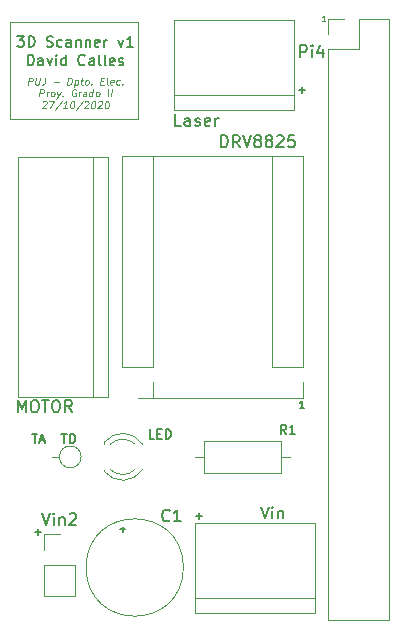
<source format=gbr>
%TF.GenerationSoftware,KiCad,Pcbnew,(5.1.7)-1*%
%TF.CreationDate,2020-10-27T16:51:06-05:00*%
%TF.ProjectId,PCB_Motor,5043425f-4d6f-4746-9f72-2e6b69636164,rev?*%
%TF.SameCoordinates,Original*%
%TF.FileFunction,Legend,Top*%
%TF.FilePolarity,Positive*%
%FSLAX46Y46*%
G04 Gerber Fmt 4.6, Leading zero omitted, Abs format (unit mm)*
G04 Created by KiCad (PCBNEW (5.1.7)-1) date 2020-10-27 16:51:06*
%MOMM*%
%LPD*%
G01*
G04 APERTURE LIST*
%ADD10C,0.120000*%
%ADD11C,0.150000*%
%ADD12C,0.125000*%
%ADD13C,0.200000*%
%ADD14C,0.100000*%
G04 APERTURE END LIST*
D10*
X88265000Y-91440000D02*
X99060000Y-91440000D01*
X88265000Y-99695000D02*
X88265000Y-91440000D01*
X99060000Y-99695000D02*
X88265000Y-99695000D01*
X99060000Y-91440000D02*
X99060000Y-99695000D01*
D11*
X112725228Y-97197857D02*
X113182371Y-97197857D01*
X112953800Y-97426428D02*
X112953800Y-96969285D01*
X90373228Y-134637457D02*
X90830371Y-134637457D01*
X90601800Y-134866028D02*
X90601800Y-134408885D01*
X104013028Y-133265857D02*
X104470171Y-133265857D01*
X104241600Y-133494428D02*
X104241600Y-133037285D01*
D10*
X100390000Y-102810000D02*
X110430000Y-102810000D01*
X100390000Y-123250000D02*
X111760000Y-123250000D01*
D11*
X90106571Y-126307904D02*
X90563714Y-126307904D01*
X90335142Y-127107904D02*
X90335142Y-126307904D01*
X90792285Y-126879333D02*
X91173238Y-126879333D01*
X90716095Y-127107904D02*
X90982761Y-126307904D01*
X91249428Y-127107904D01*
D12*
X114950857Y-91412190D02*
X114665142Y-91412190D01*
X114808000Y-91412190D02*
X114808000Y-90912190D01*
X114760380Y-90983619D01*
X114712761Y-91031238D01*
X114665142Y-91055047D01*
D13*
X88869657Y-92661342D02*
X89426800Y-92661342D01*
X89126800Y-93004200D01*
X89255371Y-93004200D01*
X89341085Y-93047057D01*
X89383942Y-93089914D01*
X89426800Y-93175628D01*
X89426800Y-93389914D01*
X89383942Y-93475628D01*
X89341085Y-93518485D01*
X89255371Y-93561342D01*
X88998228Y-93561342D01*
X88912514Y-93518485D01*
X88869657Y-93475628D01*
X89812514Y-93561342D02*
X89812514Y-92661342D01*
X90026800Y-92661342D01*
X90155371Y-92704200D01*
X90241085Y-92789914D01*
X90283942Y-92875628D01*
X90326800Y-93047057D01*
X90326800Y-93175628D01*
X90283942Y-93347057D01*
X90241085Y-93432771D01*
X90155371Y-93518485D01*
X90026800Y-93561342D01*
X89812514Y-93561342D01*
X91355371Y-93518485D02*
X91483942Y-93561342D01*
X91698228Y-93561342D01*
X91783942Y-93518485D01*
X91826800Y-93475628D01*
X91869657Y-93389914D01*
X91869657Y-93304200D01*
X91826800Y-93218485D01*
X91783942Y-93175628D01*
X91698228Y-93132771D01*
X91526800Y-93089914D01*
X91441085Y-93047057D01*
X91398228Y-93004200D01*
X91355371Y-92918485D01*
X91355371Y-92832771D01*
X91398228Y-92747057D01*
X91441085Y-92704200D01*
X91526800Y-92661342D01*
X91741085Y-92661342D01*
X91869657Y-92704200D01*
X92641085Y-93518485D02*
X92555371Y-93561342D01*
X92383942Y-93561342D01*
X92298228Y-93518485D01*
X92255371Y-93475628D01*
X92212514Y-93389914D01*
X92212514Y-93132771D01*
X92255371Y-93047057D01*
X92298228Y-93004200D01*
X92383942Y-92961342D01*
X92555371Y-92961342D01*
X92641085Y-93004200D01*
X93412514Y-93561342D02*
X93412514Y-93089914D01*
X93369657Y-93004200D01*
X93283942Y-92961342D01*
X93112514Y-92961342D01*
X93026800Y-93004200D01*
X93412514Y-93518485D02*
X93326800Y-93561342D01*
X93112514Y-93561342D01*
X93026800Y-93518485D01*
X92983942Y-93432771D01*
X92983942Y-93347057D01*
X93026800Y-93261342D01*
X93112514Y-93218485D01*
X93326800Y-93218485D01*
X93412514Y-93175628D01*
X93841085Y-92961342D02*
X93841085Y-93561342D01*
X93841085Y-93047057D02*
X93883942Y-93004200D01*
X93969657Y-92961342D01*
X94098228Y-92961342D01*
X94183942Y-93004200D01*
X94226800Y-93089914D01*
X94226800Y-93561342D01*
X94655371Y-92961342D02*
X94655371Y-93561342D01*
X94655371Y-93047057D02*
X94698228Y-93004200D01*
X94783942Y-92961342D01*
X94912514Y-92961342D01*
X94998228Y-93004200D01*
X95041085Y-93089914D01*
X95041085Y-93561342D01*
X95812514Y-93518485D02*
X95726800Y-93561342D01*
X95555371Y-93561342D01*
X95469657Y-93518485D01*
X95426800Y-93432771D01*
X95426800Y-93089914D01*
X95469657Y-93004200D01*
X95555371Y-92961342D01*
X95726800Y-92961342D01*
X95812514Y-93004200D01*
X95855371Y-93089914D01*
X95855371Y-93175628D01*
X95426800Y-93261342D01*
X96241085Y-93561342D02*
X96241085Y-92961342D01*
X96241085Y-93132771D02*
X96283942Y-93047057D01*
X96326800Y-93004200D01*
X96412514Y-92961342D01*
X96498228Y-92961342D01*
X97398228Y-92961342D02*
X97612514Y-93561342D01*
X97826800Y-92961342D01*
X98641085Y-93561342D02*
X98126800Y-93561342D01*
X98383942Y-93561342D02*
X98383942Y-92661342D01*
X98298228Y-92789914D01*
X98212514Y-92875628D01*
X98126800Y-92918485D01*
X89748228Y-95111342D02*
X89748228Y-94211342D01*
X89962514Y-94211342D01*
X90091085Y-94254200D01*
X90176800Y-94339914D01*
X90219657Y-94425628D01*
X90262514Y-94597057D01*
X90262514Y-94725628D01*
X90219657Y-94897057D01*
X90176800Y-94982771D01*
X90091085Y-95068485D01*
X89962514Y-95111342D01*
X89748228Y-95111342D01*
X91033942Y-95111342D02*
X91033942Y-94639914D01*
X90991085Y-94554200D01*
X90905371Y-94511342D01*
X90733942Y-94511342D01*
X90648228Y-94554200D01*
X91033942Y-95068485D02*
X90948228Y-95111342D01*
X90733942Y-95111342D01*
X90648228Y-95068485D01*
X90605371Y-94982771D01*
X90605371Y-94897057D01*
X90648228Y-94811342D01*
X90733942Y-94768485D01*
X90948228Y-94768485D01*
X91033942Y-94725628D01*
X91376800Y-94511342D02*
X91591085Y-95111342D01*
X91805371Y-94511342D01*
X92148228Y-95111342D02*
X92148228Y-94511342D01*
X92148228Y-94211342D02*
X92105371Y-94254200D01*
X92148228Y-94297057D01*
X92191085Y-94254200D01*
X92148228Y-94211342D01*
X92148228Y-94297057D01*
X92962514Y-95111342D02*
X92962514Y-94211342D01*
X92962514Y-95068485D02*
X92876800Y-95111342D01*
X92705371Y-95111342D01*
X92619657Y-95068485D01*
X92576800Y-95025628D01*
X92533942Y-94939914D01*
X92533942Y-94682771D01*
X92576800Y-94597057D01*
X92619657Y-94554200D01*
X92705371Y-94511342D01*
X92876800Y-94511342D01*
X92962514Y-94554200D01*
X94591085Y-95025628D02*
X94548228Y-95068485D01*
X94419657Y-95111342D01*
X94333942Y-95111342D01*
X94205371Y-95068485D01*
X94119657Y-94982771D01*
X94076800Y-94897057D01*
X94033942Y-94725628D01*
X94033942Y-94597057D01*
X94076800Y-94425628D01*
X94119657Y-94339914D01*
X94205371Y-94254200D01*
X94333942Y-94211342D01*
X94419657Y-94211342D01*
X94548228Y-94254200D01*
X94591085Y-94297057D01*
X95362514Y-95111342D02*
X95362514Y-94639914D01*
X95319657Y-94554200D01*
X95233942Y-94511342D01*
X95062514Y-94511342D01*
X94976800Y-94554200D01*
X95362514Y-95068485D02*
X95276800Y-95111342D01*
X95062514Y-95111342D01*
X94976800Y-95068485D01*
X94933942Y-94982771D01*
X94933942Y-94897057D01*
X94976800Y-94811342D01*
X95062514Y-94768485D01*
X95276800Y-94768485D01*
X95362514Y-94725628D01*
X95919657Y-95111342D02*
X95833942Y-95068485D01*
X95791085Y-94982771D01*
X95791085Y-94211342D01*
X96391085Y-95111342D02*
X96305371Y-95068485D01*
X96262514Y-94982771D01*
X96262514Y-94211342D01*
X97076800Y-95068485D02*
X96991085Y-95111342D01*
X96819657Y-95111342D01*
X96733942Y-95068485D01*
X96691085Y-94982771D01*
X96691085Y-94639914D01*
X96733942Y-94554200D01*
X96819657Y-94511342D01*
X96991085Y-94511342D01*
X97076800Y-94554200D01*
X97119657Y-94639914D01*
X97119657Y-94725628D01*
X96691085Y-94811342D01*
X97462514Y-95068485D02*
X97548228Y-95111342D01*
X97719657Y-95111342D01*
X97805371Y-95068485D01*
X97848228Y-94982771D01*
X97848228Y-94939914D01*
X97805371Y-94854200D01*
X97719657Y-94811342D01*
X97591085Y-94811342D01*
X97505371Y-94768485D01*
X97462514Y-94682771D01*
X97462514Y-94639914D01*
X97505371Y-94554200D01*
X97591085Y-94511342D01*
X97719657Y-94511342D01*
X97805371Y-94554200D01*
D11*
X97561428Y-134408857D02*
X98018571Y-134408857D01*
X97790000Y-134637428D02*
X97790000Y-134180285D01*
X113099828Y-124147228D02*
X112756971Y-124147228D01*
X112928400Y-124147228D02*
X112928400Y-123547228D01*
X112871257Y-123632942D01*
X112814114Y-123690085D01*
X112756971Y-123718657D01*
D14*
X89766796Y-96756628D02*
X89841796Y-96156628D01*
X90070367Y-96156628D01*
X90123939Y-96185200D01*
X90148939Y-96213771D01*
X90170367Y-96270914D01*
X90159653Y-96356628D01*
X90123939Y-96413771D01*
X90091796Y-96442342D01*
X90031082Y-96470914D01*
X89802510Y-96470914D01*
X90441796Y-96156628D02*
X90381082Y-96642342D01*
X90402510Y-96699485D01*
X90427510Y-96728057D01*
X90481082Y-96756628D01*
X90595367Y-96756628D01*
X90656082Y-96728057D01*
X90688225Y-96699485D01*
X90723939Y-96642342D01*
X90784653Y-96156628D01*
X91241796Y-96156628D02*
X91188225Y-96585200D01*
X91148939Y-96670914D01*
X91084653Y-96728057D01*
X90995367Y-96756628D01*
X90938225Y-96756628D01*
X91938225Y-96528057D02*
X92395367Y-96528057D01*
X93109653Y-96756628D02*
X93184653Y-96156628D01*
X93327510Y-96156628D01*
X93409653Y-96185200D01*
X93459653Y-96242342D01*
X93481082Y-96299485D01*
X93495367Y-96413771D01*
X93484653Y-96499485D01*
X93441796Y-96613771D01*
X93406082Y-96670914D01*
X93341796Y-96728057D01*
X93252510Y-96756628D01*
X93109653Y-96756628D01*
X93759653Y-96356628D02*
X93684653Y-96956628D01*
X93756082Y-96385200D02*
X93816796Y-96356628D01*
X93931082Y-96356628D01*
X93984653Y-96385200D01*
X94009653Y-96413771D01*
X94031082Y-96470914D01*
X94009653Y-96642342D01*
X93973939Y-96699485D01*
X93941796Y-96728057D01*
X93881082Y-96756628D01*
X93766796Y-96756628D01*
X93713225Y-96728057D01*
X94216796Y-96356628D02*
X94445367Y-96356628D01*
X94327510Y-96156628D02*
X94263225Y-96670914D01*
X94284653Y-96728057D01*
X94338225Y-96756628D01*
X94395367Y-96756628D01*
X94681082Y-96756628D02*
X94627510Y-96728057D01*
X94602510Y-96699485D01*
X94581082Y-96642342D01*
X94602510Y-96470914D01*
X94638225Y-96413771D01*
X94670367Y-96385200D01*
X94731082Y-96356628D01*
X94816796Y-96356628D01*
X94870367Y-96385200D01*
X94895367Y-96413771D01*
X94916796Y-96470914D01*
X94895367Y-96642342D01*
X94859653Y-96699485D01*
X94827510Y-96728057D01*
X94766796Y-96756628D01*
X94681082Y-96756628D01*
X95145367Y-96699485D02*
X95170367Y-96728057D01*
X95138225Y-96756628D01*
X95113225Y-96728057D01*
X95145367Y-96699485D01*
X95138225Y-96756628D01*
X95920367Y-96442342D02*
X96120367Y-96442342D01*
X96166796Y-96756628D02*
X95881082Y-96756628D01*
X95956082Y-96156628D01*
X96241796Y-96156628D01*
X96509653Y-96756628D02*
X96456082Y-96728057D01*
X96434653Y-96670914D01*
X96498939Y-96156628D01*
X96970367Y-96728057D02*
X96909653Y-96756628D01*
X96795367Y-96756628D01*
X96741796Y-96728057D01*
X96720367Y-96670914D01*
X96748939Y-96442342D01*
X96784653Y-96385200D01*
X96845367Y-96356628D01*
X96959653Y-96356628D01*
X97013225Y-96385200D01*
X97034653Y-96442342D01*
X97027510Y-96499485D01*
X96734653Y-96556628D01*
X97513225Y-96728057D02*
X97452510Y-96756628D01*
X97338225Y-96756628D01*
X97284653Y-96728057D01*
X97259653Y-96699485D01*
X97238225Y-96642342D01*
X97259653Y-96470914D01*
X97295367Y-96413771D01*
X97327510Y-96385200D01*
X97388225Y-96356628D01*
X97502510Y-96356628D01*
X97556082Y-96385200D01*
X97773939Y-96699485D02*
X97798939Y-96728057D01*
X97766796Y-96756628D01*
X97741796Y-96728057D01*
X97773939Y-96699485D01*
X97766796Y-96756628D01*
X90738225Y-97756628D02*
X90813225Y-97156628D01*
X91041796Y-97156628D01*
X91095367Y-97185200D01*
X91120367Y-97213771D01*
X91141796Y-97270914D01*
X91131082Y-97356628D01*
X91095367Y-97413771D01*
X91063225Y-97442342D01*
X91002510Y-97470914D01*
X90773939Y-97470914D01*
X91338225Y-97756628D02*
X91388225Y-97356628D01*
X91373939Y-97470914D02*
X91409653Y-97413771D01*
X91441796Y-97385200D01*
X91502510Y-97356628D01*
X91559653Y-97356628D01*
X91795367Y-97756628D02*
X91741796Y-97728057D01*
X91716796Y-97699485D01*
X91695367Y-97642342D01*
X91716796Y-97470914D01*
X91752510Y-97413771D01*
X91784653Y-97385200D01*
X91845367Y-97356628D01*
X91931082Y-97356628D01*
X91984653Y-97385200D01*
X92009653Y-97413771D01*
X92031082Y-97470914D01*
X92009653Y-97642342D01*
X91973939Y-97699485D01*
X91941796Y-97728057D01*
X91881082Y-97756628D01*
X91795367Y-97756628D01*
X92245367Y-97356628D02*
X92338225Y-97756628D01*
X92531082Y-97356628D02*
X92338225Y-97756628D01*
X92263225Y-97899485D01*
X92231082Y-97928057D01*
X92170367Y-97956628D01*
X92716796Y-97699485D02*
X92741796Y-97728057D01*
X92709653Y-97756628D01*
X92684653Y-97728057D01*
X92716796Y-97699485D01*
X92709653Y-97756628D01*
X93838225Y-97185200D02*
X93784653Y-97156628D01*
X93698939Y-97156628D01*
X93609653Y-97185200D01*
X93545367Y-97242342D01*
X93509653Y-97299485D01*
X93466796Y-97413771D01*
X93456082Y-97499485D01*
X93470367Y-97613771D01*
X93491796Y-97670914D01*
X93541796Y-97728057D01*
X93623939Y-97756628D01*
X93681082Y-97756628D01*
X93770367Y-97728057D01*
X93802510Y-97699485D01*
X93827510Y-97499485D01*
X93713225Y-97499485D01*
X94052510Y-97756628D02*
X94102510Y-97356628D01*
X94088225Y-97470914D02*
X94123939Y-97413771D01*
X94156082Y-97385200D01*
X94216796Y-97356628D01*
X94273939Y-97356628D01*
X94681082Y-97756628D02*
X94720367Y-97442342D01*
X94698939Y-97385200D01*
X94645367Y-97356628D01*
X94531082Y-97356628D01*
X94470367Y-97385200D01*
X94684653Y-97728057D02*
X94623939Y-97756628D01*
X94481082Y-97756628D01*
X94427510Y-97728057D01*
X94406082Y-97670914D01*
X94413225Y-97613771D01*
X94448939Y-97556628D01*
X94509653Y-97528057D01*
X94652510Y-97528057D01*
X94713225Y-97499485D01*
X95223939Y-97756628D02*
X95298939Y-97156628D01*
X95227510Y-97728057D02*
X95166796Y-97756628D01*
X95052510Y-97756628D01*
X94998939Y-97728057D01*
X94973939Y-97699485D01*
X94952510Y-97642342D01*
X94973939Y-97470914D01*
X95009653Y-97413771D01*
X95041796Y-97385200D01*
X95102510Y-97356628D01*
X95216796Y-97356628D01*
X95270367Y-97385200D01*
X95595367Y-97756628D02*
X95541796Y-97728057D01*
X95516796Y-97699485D01*
X95495367Y-97642342D01*
X95516796Y-97470914D01*
X95552510Y-97413771D01*
X95584653Y-97385200D01*
X95645367Y-97356628D01*
X95731082Y-97356628D01*
X95784653Y-97385200D01*
X95809653Y-97413771D01*
X95831082Y-97470914D01*
X95809653Y-97642342D01*
X95773939Y-97699485D01*
X95741796Y-97728057D01*
X95681082Y-97756628D01*
X95595367Y-97756628D01*
X96509653Y-97756628D02*
X96584653Y-97156628D01*
X96795367Y-97756628D02*
X96870367Y-97156628D01*
X91034653Y-98213771D02*
X91066796Y-98185200D01*
X91127510Y-98156628D01*
X91270367Y-98156628D01*
X91323939Y-98185200D01*
X91348939Y-98213771D01*
X91370367Y-98270914D01*
X91363225Y-98328057D01*
X91323939Y-98413771D01*
X90938225Y-98756628D01*
X91309653Y-98756628D01*
X91584653Y-98156628D02*
X91984653Y-98156628D01*
X91652510Y-98756628D01*
X92645367Y-98128057D02*
X92034653Y-98899485D01*
X93081082Y-98756628D02*
X92738225Y-98756628D01*
X92909653Y-98756628D02*
X92984653Y-98156628D01*
X92916796Y-98242342D01*
X92852510Y-98299485D01*
X92791796Y-98328057D01*
X93527510Y-98156628D02*
X93584653Y-98156628D01*
X93638225Y-98185200D01*
X93663225Y-98213771D01*
X93684653Y-98270914D01*
X93698939Y-98385200D01*
X93681082Y-98528057D01*
X93638225Y-98642342D01*
X93602510Y-98699485D01*
X93570367Y-98728057D01*
X93509653Y-98756628D01*
X93452510Y-98756628D01*
X93398939Y-98728057D01*
X93373939Y-98699485D01*
X93352510Y-98642342D01*
X93338225Y-98528057D01*
X93356082Y-98385200D01*
X93398939Y-98270914D01*
X93434653Y-98213771D01*
X93466796Y-98185200D01*
X93527510Y-98156628D01*
X94416796Y-98128057D02*
X93806082Y-98899485D01*
X94577510Y-98213771D02*
X94609653Y-98185200D01*
X94670367Y-98156628D01*
X94813225Y-98156628D01*
X94866796Y-98185200D01*
X94891796Y-98213771D01*
X94913225Y-98270914D01*
X94906082Y-98328057D01*
X94866796Y-98413771D01*
X94481082Y-98756628D01*
X94852510Y-98756628D01*
X95298939Y-98156628D02*
X95356082Y-98156628D01*
X95409653Y-98185200D01*
X95434653Y-98213771D01*
X95456082Y-98270914D01*
X95470367Y-98385200D01*
X95452510Y-98528057D01*
X95409653Y-98642342D01*
X95373939Y-98699485D01*
X95341796Y-98728057D01*
X95281082Y-98756628D01*
X95223939Y-98756628D01*
X95170367Y-98728057D01*
X95145367Y-98699485D01*
X95123939Y-98642342D01*
X95109653Y-98528057D01*
X95127510Y-98385200D01*
X95170367Y-98270914D01*
X95206082Y-98213771D01*
X95238225Y-98185200D01*
X95298939Y-98156628D01*
X95720367Y-98213771D02*
X95752510Y-98185200D01*
X95813225Y-98156628D01*
X95956082Y-98156628D01*
X96009653Y-98185200D01*
X96034653Y-98213771D01*
X96056082Y-98270914D01*
X96048939Y-98328057D01*
X96009653Y-98413771D01*
X95623939Y-98756628D01*
X95995367Y-98756628D01*
X96441796Y-98156628D02*
X96498939Y-98156628D01*
X96552510Y-98185200D01*
X96577510Y-98213771D01*
X96598939Y-98270914D01*
X96613225Y-98385200D01*
X96595367Y-98528057D01*
X96552510Y-98642342D01*
X96516796Y-98699485D01*
X96484653Y-98728057D01*
X96423939Y-98756628D01*
X96366796Y-98756628D01*
X96313225Y-98728057D01*
X96288225Y-98699485D01*
X96266796Y-98642342D01*
X96252510Y-98528057D01*
X96270367Y-98385200D01*
X96313225Y-98270914D01*
X96348939Y-98213771D01*
X96381082Y-98185200D01*
X96441796Y-98156628D01*
D10*
%TO.C,Pi4*%
X115159480Y-142096800D02*
X120359480Y-142096800D01*
X115159480Y-93776800D02*
X115159480Y-142096800D01*
X120359480Y-91176800D02*
X120359480Y-142096800D01*
X115159480Y-93776800D02*
X117759480Y-93776800D01*
X117759480Y-93776800D02*
X117759480Y-91176800D01*
X117759480Y-91176800D02*
X120359480Y-91176800D01*
X115159480Y-92506800D02*
X115159480Y-91176800D01*
X115159480Y-91176800D02*
X116489480Y-91176800D01*
%TO.C,Vin*%
X114046000Y-140208000D02*
X103886000Y-140208000D01*
X114046000Y-141478000D02*
X114046000Y-133858000D01*
X114046000Y-133858000D02*
X103886000Y-133858000D01*
X103886000Y-133858000D02*
X103886000Y-141478000D01*
X103886000Y-141478000D02*
X114046000Y-141478000D01*
%TO.C,MOTOR*%
X88900000Y-123190000D02*
X96520000Y-123190000D01*
X96520000Y-102870000D02*
X88900000Y-102870000D01*
X95250000Y-102870000D02*
X95250000Y-123190000D01*
X88900000Y-123190000D02*
X88900000Y-102870000D01*
X96520000Y-123190000D02*
X96520000Y-102870000D01*
%TO.C,C1*%
X102926000Y-137640000D02*
G75*
G03*
X102926000Y-137640000I-4120000J0D01*
G01*
%TO.C,LED*%
X96230000Y-127034000D02*
X96230000Y-127190000D01*
X96230000Y-129350000D02*
X96230000Y-129506000D01*
X99462335Y-127191392D02*
G75*
G03*
X96230000Y-127034484I-1672335J-1078608D01*
G01*
X99462335Y-129348608D02*
G75*
G02*
X96230000Y-129505516I-1672335J1078608D01*
G01*
X98831130Y-127190163D02*
G75*
G03*
X96749039Y-127190000I-1041130J-1079837D01*
G01*
X98831130Y-129349837D02*
G75*
G02*
X96749039Y-129350000I-1041130J1079837D01*
G01*
%TO.C,Laser*%
X102133400Y-98933000D02*
X112293400Y-98933000D01*
X102133400Y-91313000D02*
X102133400Y-98933000D01*
X112293400Y-91313000D02*
X102133400Y-91313000D01*
X112293400Y-98933000D02*
X112293400Y-91313000D01*
X112293400Y-97663000D02*
X102133400Y-97663000D01*
%TO.C,J3*%
X113090000Y-102810000D02*
X110430000Y-102810000D01*
X113090000Y-120650000D02*
X113090000Y-102810000D01*
X110430000Y-120650000D02*
X110430000Y-102810000D01*
X113090000Y-120650000D02*
X110430000Y-120650000D01*
X113090000Y-121920000D02*
X113090000Y-123250000D01*
X113090000Y-123250000D02*
X111760000Y-123250000D01*
%TO.C,DRV8825*%
X100390000Y-102810000D02*
X97730000Y-102810000D01*
X100390000Y-120650000D02*
X100390000Y-102810000D01*
X97730000Y-120650000D02*
X97730000Y-102810000D01*
X100390000Y-120650000D02*
X97730000Y-120650000D01*
X100390000Y-121920000D02*
X100390000Y-123250000D01*
X100390000Y-123250000D02*
X99060000Y-123250000D01*
%TO.C,Vin2*%
X91126000Y-140014000D02*
X93786000Y-140014000D01*
X91126000Y-137414000D02*
X91126000Y-140014000D01*
X93786000Y-137414000D02*
X93786000Y-140014000D01*
X91126000Y-137414000D02*
X93786000Y-137414000D01*
X91126000Y-136144000D02*
X91126000Y-134814000D01*
X91126000Y-134814000D02*
X92456000Y-134814000D01*
%TO.C,R1*%
X111220000Y-129640000D02*
X111220000Y-126900000D01*
X111220000Y-126900000D02*
X104680000Y-126900000D01*
X104680000Y-126900000D02*
X104680000Y-129640000D01*
X104680000Y-129640000D02*
X111220000Y-129640000D01*
X111990000Y-128270000D02*
X111220000Y-128270000D01*
X103910000Y-128270000D02*
X104680000Y-128270000D01*
%TO.C,TD*%
X94265000Y-128270000D02*
G75*
G03*
X94265000Y-128270000I-920000J0D01*
G01*
X92425000Y-128270000D02*
X91805000Y-128270000D01*
%TO.C,Pi4*%
D11*
X112815809Y-94432380D02*
X112815809Y-93432380D01*
X113196761Y-93432380D01*
X113292000Y-93480000D01*
X113339619Y-93527619D01*
X113387238Y-93622857D01*
X113387238Y-93765714D01*
X113339619Y-93860952D01*
X113292000Y-93908571D01*
X113196761Y-93956190D01*
X112815809Y-93956190D01*
X113815809Y-94432380D02*
X113815809Y-93765714D01*
X113815809Y-93432380D02*
X113768190Y-93480000D01*
X113815809Y-93527619D01*
X113863428Y-93480000D01*
X113815809Y-93432380D01*
X113815809Y-93527619D01*
X114720571Y-93765714D02*
X114720571Y-94432380D01*
X114482476Y-93384761D02*
X114244380Y-94099047D01*
X114863428Y-94099047D01*
%TO.C,Vin*%
X109466190Y-132484880D02*
X109799523Y-133484880D01*
X110132857Y-132484880D01*
X110466190Y-133484880D02*
X110466190Y-132818214D01*
X110466190Y-132484880D02*
X110418571Y-132532500D01*
X110466190Y-132580119D01*
X110513809Y-132532500D01*
X110466190Y-132484880D01*
X110466190Y-132580119D01*
X110942380Y-132818214D02*
X110942380Y-133484880D01*
X110942380Y-132913452D02*
X110990000Y-132865833D01*
X111085238Y-132818214D01*
X111228095Y-132818214D01*
X111323333Y-132865833D01*
X111370952Y-132961071D01*
X111370952Y-133484880D01*
%TO.C,MOTOR*%
X88911395Y-124480580D02*
X88911395Y-123480580D01*
X89244728Y-124194866D01*
X89578061Y-123480580D01*
X89578061Y-124480580D01*
X90244728Y-123480580D02*
X90435204Y-123480580D01*
X90530442Y-123528200D01*
X90625680Y-123623438D01*
X90673300Y-123813914D01*
X90673300Y-124147247D01*
X90625680Y-124337723D01*
X90530442Y-124432961D01*
X90435204Y-124480580D01*
X90244728Y-124480580D01*
X90149490Y-124432961D01*
X90054252Y-124337723D01*
X90006633Y-124147247D01*
X90006633Y-123813914D01*
X90054252Y-123623438D01*
X90149490Y-123528200D01*
X90244728Y-123480580D01*
X90959014Y-123480580D02*
X91530442Y-123480580D01*
X91244728Y-124480580D02*
X91244728Y-123480580D01*
X92054252Y-123480580D02*
X92244728Y-123480580D01*
X92339966Y-123528200D01*
X92435204Y-123623438D01*
X92482823Y-123813914D01*
X92482823Y-124147247D01*
X92435204Y-124337723D01*
X92339966Y-124432961D01*
X92244728Y-124480580D01*
X92054252Y-124480580D01*
X91959014Y-124432961D01*
X91863776Y-124337723D01*
X91816157Y-124147247D01*
X91816157Y-123813914D01*
X91863776Y-123623438D01*
X91959014Y-123528200D01*
X92054252Y-123480580D01*
X93482823Y-124480580D02*
X93149490Y-124004390D01*
X92911395Y-124480580D02*
X92911395Y-123480580D01*
X93292347Y-123480580D01*
X93387585Y-123528200D01*
X93435204Y-123575819D01*
X93482823Y-123671057D01*
X93482823Y-123813914D01*
X93435204Y-123909152D01*
X93387585Y-123956771D01*
X93292347Y-124004390D01*
X92911395Y-124004390D01*
%TO.C,C1*%
X101750833Y-133643642D02*
X101703214Y-133691261D01*
X101560357Y-133738880D01*
X101465119Y-133738880D01*
X101322261Y-133691261D01*
X101227023Y-133596023D01*
X101179404Y-133500785D01*
X101131785Y-133310309D01*
X101131785Y-133167452D01*
X101179404Y-132976976D01*
X101227023Y-132881738D01*
X101322261Y-132786500D01*
X101465119Y-132738880D01*
X101560357Y-132738880D01*
X101703214Y-132786500D01*
X101750833Y-132834119D01*
X102703214Y-133738880D02*
X102131785Y-133738880D01*
X102417500Y-133738880D02*
X102417500Y-132738880D01*
X102322261Y-132881738D01*
X102227023Y-132976976D01*
X102131785Y-133024595D01*
%TO.C,LED*%
X100450714Y-126726904D02*
X100069761Y-126726904D01*
X100069761Y-125926904D01*
X100717380Y-126307857D02*
X100984047Y-126307857D01*
X101098333Y-126726904D02*
X100717380Y-126726904D01*
X100717380Y-125926904D01*
X101098333Y-125926904D01*
X101441190Y-126726904D02*
X101441190Y-125926904D01*
X101631666Y-125926904D01*
X101745952Y-125965000D01*
X101822142Y-126041190D01*
X101860238Y-126117380D01*
X101898333Y-126269761D01*
X101898333Y-126384047D01*
X101860238Y-126536428D01*
X101822142Y-126612619D01*
X101745952Y-126688809D01*
X101631666Y-126726904D01*
X101441190Y-126726904D01*
%TO.C,Laser*%
X102727285Y-100248980D02*
X102251095Y-100248980D01*
X102251095Y-99248980D01*
X103489190Y-100248980D02*
X103489190Y-99725171D01*
X103441571Y-99629933D01*
X103346333Y-99582314D01*
X103155857Y-99582314D01*
X103060619Y-99629933D01*
X103489190Y-100201361D02*
X103393952Y-100248980D01*
X103155857Y-100248980D01*
X103060619Y-100201361D01*
X103013000Y-100106123D01*
X103013000Y-100010885D01*
X103060619Y-99915647D01*
X103155857Y-99868028D01*
X103393952Y-99868028D01*
X103489190Y-99820409D01*
X103917761Y-100201361D02*
X104013000Y-100248980D01*
X104203476Y-100248980D01*
X104298714Y-100201361D01*
X104346333Y-100106123D01*
X104346333Y-100058504D01*
X104298714Y-99963266D01*
X104203476Y-99915647D01*
X104060619Y-99915647D01*
X103965380Y-99868028D01*
X103917761Y-99772790D01*
X103917761Y-99725171D01*
X103965380Y-99629933D01*
X104060619Y-99582314D01*
X104203476Y-99582314D01*
X104298714Y-99629933D01*
X105155857Y-100201361D02*
X105060619Y-100248980D01*
X104870142Y-100248980D01*
X104774904Y-100201361D01*
X104727285Y-100106123D01*
X104727285Y-99725171D01*
X104774904Y-99629933D01*
X104870142Y-99582314D01*
X105060619Y-99582314D01*
X105155857Y-99629933D01*
X105203476Y-99725171D01*
X105203476Y-99820409D01*
X104727285Y-99915647D01*
X105632047Y-100248980D02*
X105632047Y-99582314D01*
X105632047Y-99772790D02*
X105679666Y-99677552D01*
X105727285Y-99629933D01*
X105822523Y-99582314D01*
X105917761Y-99582314D01*
%TO.C,DRV8825*%
X106124761Y-102052380D02*
X106124761Y-101052380D01*
X106362857Y-101052380D01*
X106505714Y-101100000D01*
X106600952Y-101195238D01*
X106648571Y-101290476D01*
X106696190Y-101480952D01*
X106696190Y-101623809D01*
X106648571Y-101814285D01*
X106600952Y-101909523D01*
X106505714Y-102004761D01*
X106362857Y-102052380D01*
X106124761Y-102052380D01*
X107696190Y-102052380D02*
X107362857Y-101576190D01*
X107124761Y-102052380D02*
X107124761Y-101052380D01*
X107505714Y-101052380D01*
X107600952Y-101100000D01*
X107648571Y-101147619D01*
X107696190Y-101242857D01*
X107696190Y-101385714D01*
X107648571Y-101480952D01*
X107600952Y-101528571D01*
X107505714Y-101576190D01*
X107124761Y-101576190D01*
X107981904Y-101052380D02*
X108315238Y-102052380D01*
X108648571Y-101052380D01*
X109124761Y-101480952D02*
X109029523Y-101433333D01*
X108981904Y-101385714D01*
X108934285Y-101290476D01*
X108934285Y-101242857D01*
X108981904Y-101147619D01*
X109029523Y-101100000D01*
X109124761Y-101052380D01*
X109315238Y-101052380D01*
X109410476Y-101100000D01*
X109458095Y-101147619D01*
X109505714Y-101242857D01*
X109505714Y-101290476D01*
X109458095Y-101385714D01*
X109410476Y-101433333D01*
X109315238Y-101480952D01*
X109124761Y-101480952D01*
X109029523Y-101528571D01*
X108981904Y-101576190D01*
X108934285Y-101671428D01*
X108934285Y-101861904D01*
X108981904Y-101957142D01*
X109029523Y-102004761D01*
X109124761Y-102052380D01*
X109315238Y-102052380D01*
X109410476Y-102004761D01*
X109458095Y-101957142D01*
X109505714Y-101861904D01*
X109505714Y-101671428D01*
X109458095Y-101576190D01*
X109410476Y-101528571D01*
X109315238Y-101480952D01*
X110077142Y-101480952D02*
X109981904Y-101433333D01*
X109934285Y-101385714D01*
X109886666Y-101290476D01*
X109886666Y-101242857D01*
X109934285Y-101147619D01*
X109981904Y-101100000D01*
X110077142Y-101052380D01*
X110267619Y-101052380D01*
X110362857Y-101100000D01*
X110410476Y-101147619D01*
X110458095Y-101242857D01*
X110458095Y-101290476D01*
X110410476Y-101385714D01*
X110362857Y-101433333D01*
X110267619Y-101480952D01*
X110077142Y-101480952D01*
X109981904Y-101528571D01*
X109934285Y-101576190D01*
X109886666Y-101671428D01*
X109886666Y-101861904D01*
X109934285Y-101957142D01*
X109981904Y-102004761D01*
X110077142Y-102052380D01*
X110267619Y-102052380D01*
X110362857Y-102004761D01*
X110410476Y-101957142D01*
X110458095Y-101861904D01*
X110458095Y-101671428D01*
X110410476Y-101576190D01*
X110362857Y-101528571D01*
X110267619Y-101480952D01*
X110839047Y-101147619D02*
X110886666Y-101100000D01*
X110981904Y-101052380D01*
X111220000Y-101052380D01*
X111315238Y-101100000D01*
X111362857Y-101147619D01*
X111410476Y-101242857D01*
X111410476Y-101338095D01*
X111362857Y-101480952D01*
X110791428Y-102052380D01*
X111410476Y-102052380D01*
X112315238Y-101052380D02*
X111839047Y-101052380D01*
X111791428Y-101528571D01*
X111839047Y-101480952D01*
X111934285Y-101433333D01*
X112172380Y-101433333D01*
X112267619Y-101480952D01*
X112315238Y-101528571D01*
X112362857Y-101623809D01*
X112362857Y-101861904D01*
X112315238Y-101957142D01*
X112267619Y-102004761D01*
X112172380Y-102052380D01*
X111934285Y-102052380D01*
X111839047Y-102004761D01*
X111791428Y-101957142D01*
%TO.C,Vin2*%
X90956000Y-133056380D02*
X91289333Y-134056380D01*
X91622666Y-133056380D01*
X91956000Y-134056380D02*
X91956000Y-133389714D01*
X91956000Y-133056380D02*
X91908380Y-133104000D01*
X91956000Y-133151619D01*
X92003619Y-133104000D01*
X91956000Y-133056380D01*
X91956000Y-133151619D01*
X92432190Y-133389714D02*
X92432190Y-134056380D01*
X92432190Y-133484952D02*
X92479809Y-133437333D01*
X92575047Y-133389714D01*
X92717904Y-133389714D01*
X92813142Y-133437333D01*
X92860761Y-133532571D01*
X92860761Y-134056380D01*
X93289333Y-133151619D02*
X93336952Y-133104000D01*
X93432190Y-133056380D01*
X93670285Y-133056380D01*
X93765523Y-133104000D01*
X93813142Y-133151619D01*
X93860761Y-133246857D01*
X93860761Y-133342095D01*
X93813142Y-133484952D01*
X93241714Y-134056380D01*
X93860761Y-134056380D01*
%TO.C,R1*%
X111626666Y-126345904D02*
X111360000Y-125964952D01*
X111169523Y-126345904D02*
X111169523Y-125545904D01*
X111474285Y-125545904D01*
X111550476Y-125584000D01*
X111588571Y-125622095D01*
X111626666Y-125698285D01*
X111626666Y-125812571D01*
X111588571Y-125888761D01*
X111550476Y-125926857D01*
X111474285Y-125964952D01*
X111169523Y-125964952D01*
X112388571Y-126345904D02*
X111931428Y-126345904D01*
X112160000Y-126345904D02*
X112160000Y-125545904D01*
X112083809Y-125660190D01*
X112007619Y-125736380D01*
X111931428Y-125774476D01*
%TO.C,TD*%
X92589428Y-126307904D02*
X93046571Y-126307904D01*
X92818000Y-127107904D02*
X92818000Y-126307904D01*
X93313238Y-127107904D02*
X93313238Y-126307904D01*
X93503714Y-126307904D01*
X93618000Y-126346000D01*
X93694190Y-126422190D01*
X93732285Y-126498380D01*
X93770380Y-126650761D01*
X93770380Y-126765047D01*
X93732285Y-126917428D01*
X93694190Y-126993619D01*
X93618000Y-127069809D01*
X93503714Y-127107904D01*
X93313238Y-127107904D01*
%TD*%
M02*

</source>
